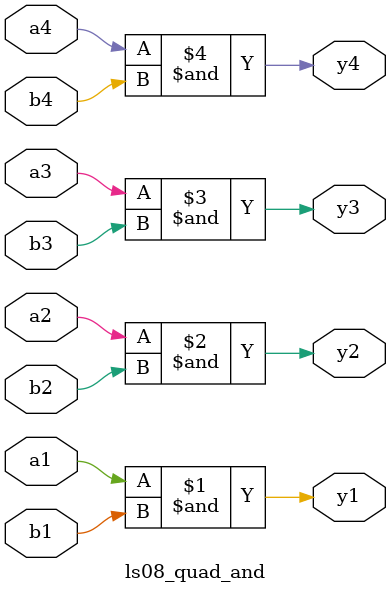
<source format=v>
module ls08_quad_and (
    input  wire a1, b1,  // Gate 1 inputs
    input  wire a2, b2,  // Gate 2 inputs
    input  wire a3, b3,  // Gate 3 inputs
    input  wire a4, b4,  // Gate 4 inputs
    output wire y1,      // Gate 1 output
    output wire y2,      // Gate 2 output
    output wire y3,      // Gate 3 output
    output wire y4       // Gate 4 output
);

    // Four independent 2-input AND gates
    assign y1 = a1 & b1;
    assign y2 = a2 & b2;
    assign y3 = a3 & b3;
    assign y4 = a4 & b4;

endmodule
</source>
